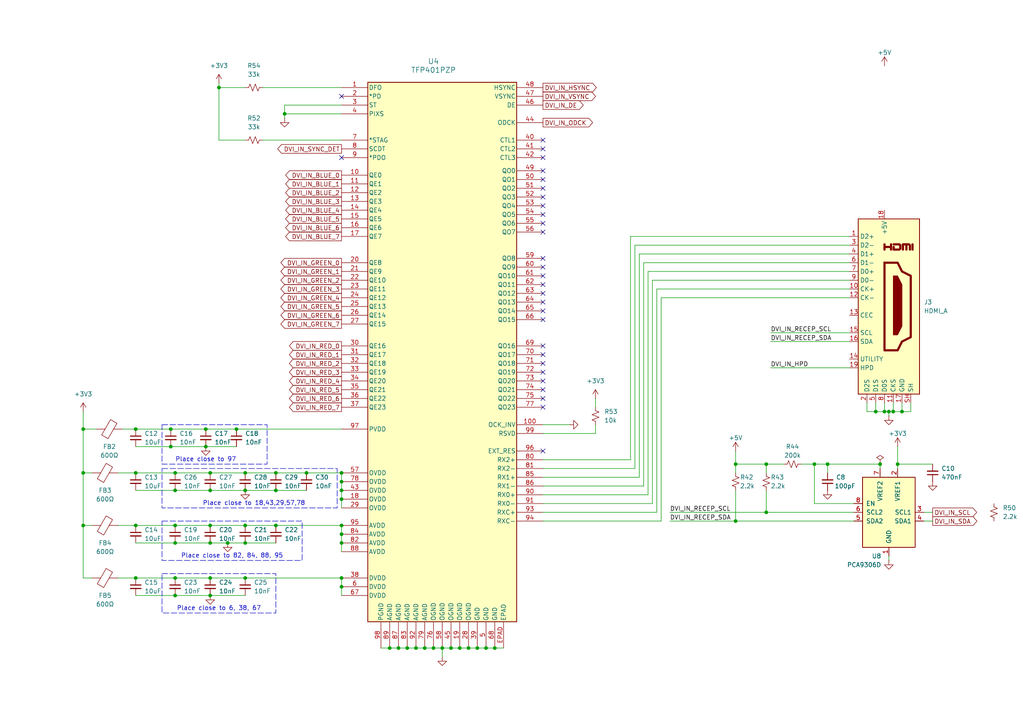
<source format=kicad_sch>
(kicad_sch (version 20231120) (generator "eeschema") (generator_version "8.0")
  (paper "A4")
  (junction (at 49.53 129.54))
  (junction (at 63.5 25.4))
  (junction (at 261.62 119.38))
  (junction (at 222.25 134.62))
  (junction (at 82.55 33.02))
  (junction (at 123.19 187.96))
  (junction (at 39.37 152.4))
  (junction (at 99.06 170.18))
  (junction (at 60.96 167.64))
  (junction (at 254 119.38))
  (junction (at 138.43 187.96))
  (junction (at 213.36 134.62))
  (junction (at 60.96 172.72))
  (junction (at 50.8 157.48))
  (junction (at 143.51 187.96))
  (junction (at 60.96 137.16))
  (junction (at 66.04 157.48))
  (junction (at 39.37 167.64))
  (junction (at 118.11 187.96))
  (junction (at 24.13 124.46))
  (junction (at 60.96 152.4))
  (junction (at 113.03 187.96))
  (junction (at 222.25 148.59))
  (junction (at 125.73 187.96))
  (junction (at 59.69 124.46))
  (junction (at 133.35 187.96))
  (junction (at 256.54 119.38))
  (junction (at 39.37 124.46))
  (junction (at 140.97 187.96))
  (junction (at 71.12 152.4))
  (junction (at 39.37 137.16))
  (junction (at 80.01 142.24))
  (junction (at 88.9 137.16))
  (junction (at 236.22 134.62))
  (junction (at 115.57 187.96))
  (junction (at 99.06 167.64))
  (junction (at 99.06 157.48))
  (junction (at 49.53 124.46))
  (junction (at 99.06 137.16))
  (junction (at 68.58 124.46))
  (junction (at 99.06 142.24))
  (junction (at 130.81 187.96))
  (junction (at 71.12 167.64))
  (junction (at 71.12 137.16))
  (junction (at 128.27 187.96))
  (junction (at 99.06 139.7))
  (junction (at 24.13 152.4))
  (junction (at 240.03 134.62))
  (junction (at 50.8 142.24))
  (junction (at 260.35 134.62))
  (junction (at 135.89 187.96))
  (junction (at 71.12 142.24))
  (junction (at 99.06 152.4))
  (junction (at 80.01 137.16))
  (junction (at 99.06 144.78))
  (junction (at 50.8 167.64))
  (junction (at 50.8 137.16))
  (junction (at 59.69 129.54))
  (junction (at 60.96 142.24))
  (junction (at 60.96 157.48))
  (junction (at 99.06 154.94))
  (junction (at 120.65 187.96))
  (junction (at 257.81 119.38))
  (junction (at 259.08 119.38))
  (junction (at 50.8 172.72))
  (junction (at 213.36 151.13))
  (junction (at 24.13 137.16))
  (junction (at 50.8 152.4))
  (junction (at 80.01 152.4))
  (junction (at 71.12 157.48))
  (junction (at 255.27 134.62))
  (no_connect (at 157.48 67.31))
  (no_connect (at 157.48 80.01))
  (no_connect (at 157.48 45.72))
  (no_connect (at 157.48 77.47))
  (no_connect (at 157.48 110.49))
  (no_connect (at 157.48 64.77))
  (no_connect (at 157.48 115.57))
  (no_connect (at 157.48 59.69))
  (no_connect (at 157.48 102.87))
  (no_connect (at 157.48 130.81))
  (no_connect (at 157.48 87.63))
  (no_connect (at 157.48 57.15))
  (no_connect (at 157.48 107.95))
  (no_connect (at 157.48 90.17))
  (no_connect (at 157.48 105.41))
  (no_connect (at 157.48 100.33))
  (no_connect (at 99.06 45.72))
  (no_connect (at 157.48 92.71))
  (no_connect (at 157.48 43.18))
  (no_connect (at 99.06 27.94))
  (no_connect (at 157.48 52.07))
  (no_connect (at 157.48 40.64))
  (no_connect (at 157.48 85.09))
  (no_connect (at 157.48 82.55))
  (no_connect (at 157.48 62.23))
  (no_connect (at 157.48 113.03))
  (no_connect (at 157.48 49.53))
  (no_connect (at 157.48 118.11))
  (no_connect (at 157.48 54.61))
  (no_connect (at 157.48 74.93))
  (wire (pts (xy 60.96 167.64) (xy 71.12 167.64)))
  (wire (pts (xy 254 119.38) (xy 254 116.84)))
  (wire (pts (xy 246.38 78.74) (xy 187.96 78.74)))
  (wire (pts (xy 270.51 148.59) (xy 267.97 148.59)))
  (wire (pts (xy 190.5 148.59) (xy 157.48 148.59)))
  (wire (pts (xy 99.06 170.18) (xy 99.06 172.72)))
  (wire (pts (xy 184.15 71.12) (xy 184.15 135.89)))
  (wire (pts (xy 213.36 130.81) (xy 213.36 134.62)))
  (wire (pts (xy 50.8 172.72) (xy 60.96 172.72)))
  (wire (pts (xy 133.35 187.96) (xy 130.81 187.96)))
  (wire (pts (xy 50.8 157.48) (xy 60.96 157.48)))
  (wire (pts (xy 246.38 68.58) (xy 182.88 68.58)))
  (wire (pts (xy 50.8 142.24) (xy 60.96 142.24)))
  (wire (pts (xy 143.51 187.96) (xy 140.97 187.96)))
  (wire (pts (xy 251.46 119.38) (xy 254 119.38)))
  (wire (pts (xy 185.42 73.66) (xy 185.42 138.43)))
  (wire (pts (xy 82.55 33.02) (xy 82.55 30.48)))
  (wire (pts (xy 232.41 134.62) (xy 236.22 134.62)))
  (wire (pts (xy 39.37 137.16) (xy 50.8 137.16)))
  (wire (pts (xy 99.06 142.24) (xy 99.06 144.78)))
  (wire (pts (xy 113.03 187.96) (xy 110.49 187.96)))
  (wire (pts (xy 246.38 86.36) (xy 191.77 86.36)))
  (wire (pts (xy 236.22 134.62) (xy 240.03 134.62)))
  (wire (pts (xy 255.27 134.62) (xy 255.27 135.89)))
  (wire (pts (xy 213.36 134.62) (xy 213.36 137.16)))
  (wire (pts (xy 257.81 120.65) (xy 257.81 119.38)))
  (wire (pts (xy 270.51 151.13) (xy 267.97 151.13)))
  (wire (pts (xy 34.29 137.16) (xy 39.37 137.16)))
  (wire (pts (xy 82.55 30.48) (xy 99.06 30.48)))
  (wire (pts (xy 222.25 134.62) (xy 227.33 134.62)))
  (wire (pts (xy 222.25 137.16) (xy 222.25 134.62)))
  (wire (pts (xy 251.46 116.84) (xy 251.46 119.38)))
  (wire (pts (xy 71.12 157.48) (xy 80.01 157.48)))
  (wire (pts (xy 186.69 76.2) (xy 186.69 140.97)))
  (wire (pts (xy 39.37 172.72) (xy 50.8 172.72)))
  (wire (pts (xy 264.16 119.38) (xy 264.16 116.84)))
  (wire (pts (xy 189.23 146.05) (xy 157.48 146.05)))
  (wire (pts (xy 60.96 157.48) (xy 66.04 157.48)))
  (wire (pts (xy 194.31 148.59) (xy 222.25 148.59)))
  (wire (pts (xy 254 119.38) (xy 256.54 119.38)))
  (wire (pts (xy 246.38 73.66) (xy 185.42 73.66)))
  (wire (pts (xy 128.27 187.96) (xy 125.73 187.96)))
  (wire (pts (xy 24.13 167.64) (xy 24.13 152.4)))
  (wire (pts (xy 260.35 134.62) (xy 260.35 135.89)))
  (wire (pts (xy 223.52 96.52) (xy 246.38 96.52)))
  (wire (pts (xy 246.38 83.82) (xy 190.5 83.82)))
  (wire (pts (xy 246.38 81.28) (xy 189.23 81.28)))
  (wire (pts (xy 80.01 152.4) (xy 99.06 152.4)))
  (wire (pts (xy 68.58 124.46) (xy 99.06 124.46)))
  (wire (pts (xy 261.62 119.38) (xy 261.62 116.84)))
  (wire (pts (xy 223.52 106.68) (xy 246.38 106.68)))
  (wire (pts (xy 222.25 148.59) (xy 247.65 148.59)))
  (wire (pts (xy 39.37 157.48) (xy 50.8 157.48)))
  (wire (pts (xy 260.35 134.62) (xy 270.51 134.62)))
  (wire (pts (xy 99.06 139.7) (xy 99.06 142.24)))
  (wire (pts (xy 24.13 152.4) (xy 24.13 137.16)))
  (wire (pts (xy 187.96 78.74) (xy 187.96 143.51)))
  (wire (pts (xy 255.27 134.62) (xy 240.03 134.62)))
  (wire (pts (xy 60.96 172.72) (xy 71.12 172.72)))
  (wire (pts (xy 50.8 152.4) (xy 60.96 152.4)))
  (wire (pts (xy 194.31 151.13) (xy 213.36 151.13)))
  (wire (pts (xy 213.36 134.62) (xy 222.25 134.62)))
  (wire (pts (xy 63.5 25.4) (xy 71.12 25.4)))
  (wire (pts (xy 63.5 40.64) (xy 71.12 40.64)))
  (wire (pts (xy 185.42 138.43) (xy 157.48 138.43)))
  (wire (pts (xy 63.5 25.4) (xy 63.5 40.64)))
  (wire (pts (xy 99.06 152.4) (xy 99.06 154.94)))
  (wire (pts (xy 35.56 124.46) (xy 39.37 124.46)))
  (wire (pts (xy 190.5 83.82) (xy 190.5 148.59)))
  (wire (pts (xy 115.57 187.96) (xy 113.03 187.96)))
  (wire (pts (xy 26.67 167.64) (xy 24.13 167.64)))
  (wire (pts (xy 24.13 124.46) (xy 27.94 124.46)))
  (wire (pts (xy 118.11 187.96) (xy 115.57 187.96)))
  (wire (pts (xy 125.73 187.96) (xy 123.19 187.96)))
  (wire (pts (xy 257.81 162.56) (xy 257.81 161.29)))
  (wire (pts (xy 130.81 187.96) (xy 128.27 187.96)))
  (wire (pts (xy 71.12 167.64) (xy 99.06 167.64)))
  (wire (pts (xy 80.01 142.24) (xy 88.9 142.24)))
  (wire (pts (xy 135.89 187.96) (xy 133.35 187.96)))
  (wire (pts (xy 246.38 71.12) (xy 184.15 71.12)))
  (wire (pts (xy 39.37 152.4) (xy 50.8 152.4)))
  (wire (pts (xy 24.13 137.16) (xy 26.67 137.16)))
  (wire (pts (xy 120.65 187.96) (xy 118.11 187.96)))
  (wire (pts (xy 247.65 146.05) (xy 236.22 146.05)))
  (wire (pts (xy 24.13 152.4) (xy 26.67 152.4)))
  (wire (pts (xy 39.37 142.24) (xy 50.8 142.24)))
  (wire (pts (xy 213.36 142.24) (xy 213.36 151.13)))
  (wire (pts (xy 184.15 135.89) (xy 157.48 135.89)))
  (wire (pts (xy 49.53 129.54) (xy 59.69 129.54)))
  (wire (pts (xy 71.12 137.16) (xy 80.01 137.16)))
  (wire (pts (xy 259.08 119.38) (xy 259.08 116.84)))
  (wire (pts (xy 240.03 134.62) (xy 240.03 137.16)))
  (wire (pts (xy 59.69 129.54) (xy 68.58 129.54)))
  (wire (pts (xy 99.06 157.48) (xy 99.06 160.02)))
  (wire (pts (xy 189.23 81.28) (xy 189.23 146.05)))
  (wire (pts (xy 39.37 129.54) (xy 49.53 129.54)))
  (wire (pts (xy 49.53 124.46) (xy 59.69 124.46)))
  (wire (pts (xy 256.54 119.38) (xy 257.81 119.38)))
  (wire (pts (xy 82.55 33.02) (xy 99.06 33.02)))
  (wire (pts (xy 191.77 151.13) (xy 157.48 151.13)))
  (wire (pts (xy 256.54 116.84) (xy 256.54 119.38)))
  (wire (pts (xy 34.29 167.64) (xy 39.37 167.64)))
  (wire (pts (xy 261.62 119.38) (xy 264.16 119.38)))
  (wire (pts (xy 63.5 24.13) (xy 63.5 25.4)))
  (wire (pts (xy 60.96 152.4) (xy 71.12 152.4)))
  (wire (pts (xy 34.29 152.4) (xy 39.37 152.4)))
  (wire (pts (xy 182.88 68.58) (xy 182.88 133.35)))
  (wire (pts (xy 182.88 133.35) (xy 157.48 133.35)))
  (wire (pts (xy 246.38 76.2) (xy 186.69 76.2)))
  (wire (pts (xy 50.8 167.64) (xy 60.96 167.64)))
  (wire (pts (xy 138.43 187.96) (xy 135.89 187.96)))
  (wire (pts (xy 172.72 115.57) (xy 172.72 118.11)))
  (wire (pts (xy 99.06 137.16) (xy 99.06 139.7)))
  (wire (pts (xy 222.25 142.24) (xy 222.25 148.59)))
  (wire (pts (xy 99.06 167.64) (xy 99.06 170.18)))
  (wire (pts (xy 187.96 143.51) (xy 157.48 143.51)))
  (wire (pts (xy 257.81 119.38) (xy 259.08 119.38)))
  (wire (pts (xy 128.27 190.5) (xy 128.27 187.96)))
  (wire (pts (xy 39.37 124.46) (xy 49.53 124.46)))
  (wire (pts (xy 223.52 99.06) (xy 246.38 99.06)))
  (wire (pts (xy 213.36 151.13) (xy 247.65 151.13)))
  (wire (pts (xy 50.8 137.16) (xy 60.96 137.16)))
  (wire (pts (xy 60.96 142.24) (xy 71.12 142.24)))
  (wire (pts (xy 88.9 137.16) (xy 99.06 137.16)))
  (wire (pts (xy 71.12 142.24) (xy 80.01 142.24)))
  (wire (pts (xy 123.19 187.96) (xy 120.65 187.96)))
  (wire (pts (xy 99.06 154.94) (xy 99.06 157.48)))
  (wire (pts (xy 24.13 137.16) (xy 24.13 124.46)))
  (wire (pts (xy 191.77 86.36) (xy 191.77 151.13)))
  (wire (pts (xy 157.48 125.73) (xy 172.72 125.73)))
  (wire (pts (xy 80.01 137.16) (xy 88.9 137.16)))
  (wire (pts (xy 82.55 34.29) (xy 82.55 33.02)))
  (wire (pts (xy 76.2 25.4) (xy 99.06 25.4)))
  (wire (pts (xy 186.69 140.97) (xy 157.48 140.97)))
  (wire (pts (xy 172.72 123.19) (xy 172.72 125.73)))
  (wire (pts (xy 59.69 124.46) (xy 68.58 124.46)))
  (wire (pts (xy 66.04 157.48) (xy 71.12 157.48)))
  (wire (pts (xy 39.37 167.64) (xy 50.8 167.64)))
  (wire (pts (xy 259.08 119.38) (xy 261.62 119.38)))
  (wire (pts (xy 260.35 129.54) (xy 260.35 134.62)))
  (wire (pts (xy 24.13 119.38) (xy 24.13 124.46)))
  (wire (pts (xy 138.43 187.96) (xy 140.97 187.96)))
  (wire (pts (xy 71.12 152.4) (xy 80.01 152.4)))
  (wire (pts (xy 146.05 187.96) (xy 143.51 187.96)))
  (wire (pts (xy 99.06 144.78) (xy 99.06 147.32)))
  (wire (pts (xy 60.96 137.16) (xy 71.12 137.16)))
  (wire (pts (xy 76.2 40.64) (xy 99.06 40.64)))
  (wire (pts (xy 157.48 123.19) (xy 165.1 123.19)))
  (wire (pts (xy 236.22 146.05) (xy 236.22 134.62)))
  (rectangle (start 46.99 123.19) (end 77.47 134.62) (stroke (width 0) (type dash)))
  (rectangle (start 46.99 135.89) (end 97.79 147.32) (stroke (width 0) (type dash)))
  (rectangle (start 46.99 151.13) (end 87.63 162.56) (stroke (width 0) (type dash)))
  (rectangle (start 46.99 166.37) (end 80.01 177.8) (stroke (width 0) (type dash)))
  (text "Place close to 82, 84, 88, 95" (at 67.31 161.29 0) (effects (font (size 1.27 1.27))))
  (text "Place close to 18,43,29,57,78" (at 73.66 146.05 0) (effects (font (size 1.27 1.27))))
  (text "Place close to 6, 38, 67" (at 63.5 176.53 0) (effects (font (size 1.27 1.27))))
  (text "Place close to 97" (at 59.69 133.35 0) (effects (font (size 1.27 1.27))))
  (label "DVI_IN_HPD" (at 223.52 106.68 0))
  (label "DVI_IN_RECEP_SDA" (at 194.31 151.13 0))
  (label "DVI_IN_RECEP_SCL" (at 223.52 96.52 0))
  (label "DVI_IN_RECEP_SCL" (at 194.31 148.59 0))
  (label "DVI_IN_RECEP_SDA" (at 223.52 99.06 0))
  (global_label "DVI_IN_BLUE_2" (shape output) (at 99.06 55.88 180) (property "Intersheetrefs" "${INTERSHEET_REFS}" (effects (hide yes))))
  (global_label "DVI_IN_DE" (shape output) (at 157.48 30.48 0) (property "Intersheetrefs" "${INTERSHEET_REFS}" (effects (hide yes))))
  (global_label "DVI_IN_BLUE_5" (shape output) (at 99.06 63.5 180) (property "Intersheetrefs" "${INTERSHEET_REFS}" (effects (hide yes))))
  (global_label "DVI_IN_GREEN_1" (shape output) (at 99.06 78.74 180) (property "Intersheetrefs" "${INTERSHEET_REFS}" (effects (hide yes))))
  (global_label "DVI_IN_BLUE_3" (shape output) (at 99.06 58.42 180) (property "Intersheetrefs" "${INTERSHEET_REFS}" (effects (hide yes))))
  (global_label "DVI_IN_BLUE_0" (shape output) (at 99.06 50.8 180) (property "Intersheetrefs" "${INTERSHEET_REFS}" (effects (hide yes))))
  (global_label "DVI_IN_RED_5" (shape output) (at 99.06 113.03 180) (property "Intersheetrefs" "${INTERSHEET_REFS}" (effects (hide yes))))
  (global_label "DVI_IN_RED_6" (shape output) (at 99.06 115.57 180) (property "Intersheetrefs" "${INTERSHEET_REFS}" (effects (hide yes))))
  (global_label "DVI_IN_GREEN_6" (shape output) (at 99.06 91.44 180) (property "Intersheetrefs" "${INTERSHEET_REFS}" (effects (hide yes))))
  (global_label "DVI_IN_ODCK" (shape output) (at 157.48 35.56 0) (property "Intersheetrefs" "${INTERSHEET_REFS}" (effects (hide yes))))
  (global_label "DVI_IN_SDA" (shape output) (at 270.51 151.13 0) (property "Intersheetrefs" "${INTERSHEET_REFS}" (effects (hide yes))))
  (global_label "DVI_IN_GREEN_5" (shape output) (at 99.06 88.9 180) (property "Intersheetrefs" "${INTERSHEET_REFS}" (effects (hide yes))))
  (global_label "DVI_IN_GREEN_7" (shape output) (at 99.06 93.98 180) (property "Intersheetrefs" "${INTERSHEET_REFS}" (effects (hide yes))))
  (global_label "DVI_IN_GREEN_2" (shape output) (at 99.06 81.28 180) (property "Intersheetrefs" "${INTERSHEET_REFS}" (effects (hide yes))))
  (global_label "DVI_IN_RED_2" (shape output) (at 99.06 105.41 180) (property "Intersheetrefs" "${INTERSHEET_REFS}" (effects (hide yes))))
  (global_label "DVI_IN_BLUE_1" (shape output) (at 99.06 53.34 180) (property "Intersheetrefs" "${INTERSHEET_REFS}" (effects (hide yes))))
  (global_label "DVI_IN_VSYNC" (shape output) (at 157.48 27.94 0) (property "Intersheetrefs" "${INTERSHEET_REFS}" (effects (hide yes))))
  (global_label "DVI_IN_BLUE_4" (shape output) (at 99.06 60.96 180) (property "Intersheetrefs" "${INTERSHEET_REFS}" (effects (hide yes))))
  (global_label "DVI_IN_HSYNC" (shape output) (at 157.48 25.4 0) (property "Intersheetrefs" "${INTERSHEET_REFS}" (effects (hide yes))))
  (global_label "DVI_IN_RED_3" (shape output) (at 99.06 107.95 180) (property "Intersheetrefs" "${INTERSHEET_REFS}" (effects (hide yes))))
  (global_label "DVI_IN_SCL" (shape output) (at 270.51 148.59 0) (property "Intersheetrefs" "${INTERSHEET_REFS}" (effects (hide yes))))
  (global_label "DVI_IN_RED_7" (shape output) (at 99.06 118.11 180) (property "Intersheetrefs" "${INTERSHEET_REFS}" (effects (hide yes))))
  (global_label "DVI_IN_RED_4" (shape output) (at 99.06 110.49 180) (property "Intersheetrefs" "${INTERSHEET_REFS}" (effects (hide yes))))
  (global_label "DVI_IN_BLUE_7" (shape output) (at 99.06 68.58 180) (property "Intersheetrefs" "${INTERSHEET_REFS}" (effects (hide yes))))
  (global_label "DVI_IN_BLUE_6" (shape output) (at 99.06 66.04 180) (property "Intersheetrefs" "${INTERSHEET_REFS}" (effects (hide yes))))
  (global_label "DVI_IN_GREEN_0" (shape output) (at 99.06 76.2 180) (property "Intersheetrefs" "${INTERSHEET_REFS}" (effects (hide yes))))
  (global_label "DVI_IN_RED_1" (shape output) (at 99.06 102.87 180) (property "Intersheetrefs" "${INTERSHEET_REFS}" (effects (hide yes))))
  (global_label "DVI_IN_RED_0" (shape output) (at 99.06 100.33 180) (property "Intersheetrefs" "${INTERSHEET_REFS}" (effects (hide yes))))
  (global_label "DVI_IN_SYNC_DET" (shape output) (at 99.06 43.18 180) (property "Intersheetrefs" "${INTERSHEET_REFS}" (effects (hide yes))))
  (global_label "DVI_IN_GREEN_3" (shape output) (at 99.06 83.82 180) (property "Intersheetrefs" "${INTERSHEET_REFS}" (effects (hide yes))))
  (global_label "DVI_IN_GREEN_4" (shape output) (at 99.06 86.36 180) (property "Intersheetrefs" "${INTERSHEET_REFS}" (effects (hide yes))))
  (symbol (lib_id "power:GND") (at 66.04 157.48 0) (unit 1)
    (property "Reference" "#PWR011" (effects (hide yes)))
    (property "Value" "GND" (effects (hide yes)))
    (property "Description" "Power symbol creates a global label with name \"GND\" , ground" (effects (hide yes)))
  )
  (symbol (lib_id "power:GND") (at 128.27 190.5 0) (unit 1)
    (property "Reference" "#PWR017" (effects (hide yes)))
    (property "Value" "GND" (effects (hide yes)))
    (property "Description" "Power symbol creates a global label with name \"GND\" , ground" (effects (hide yes)))
  )
  (symbol (lib_id "Device:C_Small") (at 50.8 170.18 0) (unit 1)
    (property "Reference" "C23" (at 53.34 168.9162 0) (effects (justify left)))
    (property "Value" "10nF" (at 53.34 171.4562 0) (effects (justify left)))
    (property "Footprint" "Capacitor_SMD:C_0805_2012Metric_Pad1.18x1.45mm_HandSolder" (effects (hide yes)))
    (property "Datasheet" "https://www.yageo.com/upload/media/product/productsearch/datasheet/mlcc/UPY-GPHC_X7R_6.3V-to-250V_24.pdf" (effects (hide yes)))
    (property "Description" "Unpolarized capacitor, small symbol" (effects (hide yes)))
    (property "Digikey" "https://www.digikey.com/en/products/detail/yageo/CC0805KRX7R9BB103/302870" (effects (hide yes)))
    (property "Mfgr" "YAGEO" (effects (hide yes)))
    (property "MPN" "CC0805KRX7R9BB103" (effects (hide yes)))
  )
  (symbol (lib_id "Device:C_Small") (at 60.96 154.94 0) (unit 1)
    (property "Reference" "C20" (at 63.5 153.6762 0) (effects (justify left)))
    (property "Value" "10nF" (at 63.5 156.2162 0) (effects (justify left)))
    (property "Footprint" "Capacitor_SMD:C_0805_2012Metric_Pad1.18x1.45mm_HandSolder" (effects (hide yes)))
    (property "Datasheet" "https://www.yageo.com/upload/media/product/productsearch/datasheet/mlcc/UPY-GPHC_X7R_6.3V-to-250V_24.pdf" (effects (hide yes)))
    (property "Description" "Unpolarized capacitor, small symbol" (effects (hide yes)))
    (property "Digikey" "https://www.digikey.com/en/products/detail/yageo/CC0805KRX7R9BB103/302870" (effects (hide yes)))
    (property "Mfgr" "YAGEO" (effects (hide yes)))
    (property "MPN" "CC0805KRX7R9BB103" (effects (hide yes)))
  )
  (symbol (lib_id "Device:C_Small") (at 71.12 154.94 0) (unit 1)
    (property "Reference" "C21" (at 73.66 153.6762 0) (effects (justify left)))
    (property "Value" "10nF" (at 73.66 156.2162 0) (effects (justify left)))
    (property "Footprint" "Capacitor_SMD:C_0805_2012Metric_Pad1.18x1.45mm_HandSolder" (effects (hide yes)))
    (property "Datasheet" "https://www.yageo.com/upload/media/product/productsearch/datasheet/mlcc/UPY-GPHC_X7R_6.3V-to-250V_24.pdf" (effects (hide yes)))
    (property "Description" "Unpolarized capacitor, small symbol" (effects (hide yes)))
    (property "Digikey" "https://www.digikey.com/en/products/detail/yageo/CC0805KRX7R9BB103/302870" (effects (hide yes)))
    (property "Mfgr" "YAGEO" (effects (hide yes)))
    (property "MPN" "CC0805KRX7R9BB103" (effects (hide yes)))
  )
  (symbol (lib_id "Device:FerriteBead") (at 30.48 167.64 90) (unit 1)
    (property "Reference" "FB5" (at 30.48 172.72 90))
    (property "Value" "600Ω" (at 30.48 175.26 90))
    (property "Footprint" "Inductor_SMD:L_0603_1608Metric_Pad1.05x0.95mm_HandSolder" (effects (hide yes)))
    (property "Datasheet" "https://www.murata.com/products/productdata/8796738650142/ENFA0003.pdf" (effects (hide yes)))
    (property "Description" "Ferrite bead" (effects (hide yes)))
    (property "Digikey" "https://www.digikey.com/en/products/detail/murata-electronics/blm18rk601sn1d/1948332" (effects (hide yes)))
    (property "Mfgr" "Murata" (effects (hide yes)))
    (property "MPN" "BLM18RK601SN1D" (effects (hide yes)))
  )
  (symbol (lib_id "power:+5V") (at 256.54 19.05 0) (unit 1)
    (property "Reference" "#PWR030" (effects (hide yes)))
    (property "Value" "+5V" (at 256.54 15.24 0))
    (property "Description" "Power symbol creates a global label with name \"+5V\"" (effects (hide yes)))
  )
  (symbol (lib_id "Device:C_Small") (at 50.8 154.94 0) (unit 1)
    (property "Reference" "C19" (at 53.34 153.6762 0) (effects (justify left)))
    (property "Value" "10nF" (at 53.34 156.2162 0) (effects (justify left)))
    (property "Footprint" "Capacitor_SMD:C_0805_2012Metric_Pad1.18x1.45mm_HandSolder" (effects (hide yes)))
    (property "Datasheet" "https://www.yageo.com/upload/media/product/productsearch/datasheet/mlcc/UPY-GPHC_X7R_6.3V-to-250V_24.pdf" (effects (hide yes)))
    (property "Description" "Unpolarized capacitor, small symbol" (effects (hide yes)))
    (property "Digikey" "https://www.digikey.com/en/products/detail/yageo/CC0805KRX7R9BB103/302870" (effects (hide yes)))
    (property "Mfgr" "YAGEO" (effects (hide yes)))
    (property "MPN" "CC0805KRX7R9BB103" (effects (hide yes)))
  )
  (symbol (lib_id "Device:C_Small") (at 50.8 139.7 0) (unit 1)
    (property "Reference" "C26" (at 53.34 138.4362 0) (effects (justify left)))
    (property "Value" "10nF" (at 53.34 140.9762 0) (effects (justify left)))
    (property "Footprint" "Capacitor_SMD:C_0805_2012Metric_Pad1.18x1.45mm_HandSolder" (effects (hide yes)))
    (property "Datasheet" "https://www.yageo.com/upload/media/product/productsearch/datasheet/mlcc/UPY-GPHC_X7R_6.3V-to-250V_24.pdf" (effects (hide yes)))
    (property "Description" "Unpolarized capacitor, small symbol" (effects (hide yes)))
    (property "Digikey" "https://www.digikey.com/en/products/detail/yageo/CC0805KRX7R9BB103/302870" (effects (hide yes)))
    (property "Mfgr" "YAGEO" (effects (hide yes)))
    (property "MPN" "CC0805KRX7R9BB103" (effects (hide yes)))
  )
  (symbol (lib_id "power:GND") (at 82.55 34.29 0) (unit 1)
    (property "Reference" "#PWR08" (effects (hide yes)))
    (property "Value" "GND" (effects (hide yes)))
    (property "Description" "Power symbol creates a global label with name \"GND\" , ground" (effects (hide yes)))
  )
  (symbol (lib_id "power:GND") (at 240.03 142.24 0) (unit 1)
    (property "Reference" "#PWR032" (effects (hide yes)))
    (property "Value" "GND" (effects (hide yes)))
    (property "Description" "Power symbol creates a global label with name \"GND\" , ground" (effects (hide yes)))
  )
  (symbol (lib_id "Device:C_Small") (at 71.12 170.18 0) (unit 1)
    (property "Reference" "C25" (at 73.66 168.9162 0) (effects (justify left)))
    (property "Value" "10nF" (at 73.66 171.4562 0) (effects (justify left)))
    (property "Footprint" "Capacitor_SMD:C_0805_2012Metric_Pad1.18x1.45mm_HandSolder" (effects (hide yes)))
    (property "Datasheet" "https://www.yageo.com/upload/media/product/productsearch/datasheet/mlcc/UPY-GPHC_X7R_6.3V-to-250V_24.pdf" (effects (hide yes)))
    (property "Description" "Unpolarized capacitor, small symbol" (effects (hide yes)))
    (property "Digikey" "https://www.digikey.com/en/products/detail/yageo/CC0805KRX7R9BB103/302870" (effects (hide yes)))
    (property "Mfgr" "YAGEO" (effects (hide yes)))
    (property "MPN" "CC0805KRX7R9BB103" (effects (hide yes)))
  )
  (symbol (lib_id "power:GND") (at 165.1 123.19 90) (unit 1)
    (property "Reference" "#PWR07" (effects (hide yes)))
    (property "Value" "GND" (effects (hide yes)))
    (property "Description" "Power symbol creates a global label with name \"GND\" , ground" (effects (hide yes)))
  )
  (symbol (lib_id "power:+3V3") (at 260.35 129.54 0) (unit 1)
    (property "Reference" "#PWR033" (effects (hide yes)))
    (property "Value" "+3V3" (at 260.35 125.73 0))
    (property "Description" "Power symbol creates a global label with name \"+3V3\"" (effects (hide yes)))
  )
  (symbol (lib_id "Device:R_Small_US") (at 300.99 148.59 0) (unit 1)
    (property "Reference" "R51" (at 303.53 147.3199 0) (effects (justify left)))
    (property "Value" "2.2k" (at 303.53 149.8599 0) (effects (justify left)))
    (property "Footprint" "PCM_Resistor_SMD_AKL:R_0805_2012Metric_Pad1.15x1.40mm_HandSolder" (effects (hide yes)))
    (property "Datasheet" "https://www.yageo.com/upload/media/product/products/datasheet/rchip/PYu-RC_Group_51_RoHS_L_12.pdf" (effects (hide yes)))
    (property "Description" "Resistor, small US symbol" (effects (hide yes)))
    (property "Digikey" "https://www.digikey.com/en/products/detail/yageo/RC0805FR-072K2L/727676" (effects (hide yes)))
    (property "Mfgr" "YAGEO" (effects (hide yes)))
    (property "MPN" "RC0805FR-072K2L" (effects (hide yes)))
  )
  (symbol (lib_id "power:GND") (at 60.96 172.72 0) (unit 1)
    (property "Reference" "#PWR012" (effects (hide yes)))
    (property "Value" "GND" (effects (hide yes)))
    (property "Description" "Power symbol creates a global label with name \"GND\" , ground" (effects (hide yes)))
  )
  (symbol (lib_id "power:GND") (at 71.12 142.24 0) (unit 1)
    (property "Reference" "#PWR010" (effects (hide yes)))
    (property "Value" "GND" (effects (hide yes)))
    (property "Description" "Power symbol creates a global label with name \"GND\" , ground" (effects (hide yes)))
  )
  (symbol (lib_id "Device:R_Small_US") (at 172.72 120.65 180) (unit 1)
    (property "Reference" "R53" (at 175.26 119.3799 0) (effects (justify right)))
    (property "Value" "10k" (at 175.26 121.9199 0) (effects (justify right)))
    (property "Footprint" "PCM_Resistor_SMD_AKL:R_0805_2012Metric_Pad1.15x1.40mm" (effects (hide yes)))
    (property "Datasheet" "https://www.yageo.com/upload/media/product/products/datasheet/rchip/PYu-RC_Group_51_RoHS_L_12.pdf" (effects (hide yes)))
    (property "Description" "Resistor, small US symbol" (effects (hide yes)))
    (property "Digikey" "https://www.digikey.com/en/products/detail/yageo/RC0805FR-0710KL/727535" (effects (hide yes)))
    (property "Mfgr" "YAGEO" (effects (hide yes)))
    (property "MPN" "RC0805FR-0710KL" (effects (hide yes)))
  )
  (symbol (lib_id "Device:C_Small") (at 80.01 154.94 0) (unit 1)
    (property "Reference" "C22" (at 82.55 153.6762 0) (effects (justify left)))
    (property "Value" "10nF" (at 82.55 156.2162 0) (effects (justify left)))
    (property "Footprint" "Capacitor_SMD:C_0805_2012Metric_Pad1.18x1.45mm_HandSolder" (effects (hide yes)))
    (property "Datasheet" "https://www.yageo.com/upload/media/product/productsearch/datasheet/mlcc/UPY-GPHC_X7R_6.3V-to-250V_24.pdf" (effects (hide yes)))
    (property "Description" "Unpolarized capacitor, small symbol" (effects (hide yes)))
    (property "Digikey" "https://www.digikey.com/en/products/detail/yageo/CC0805KRX7R9BB103/302870" (effects (hide yes)))
    (property "Mfgr" "YAGEO" (effects (hide yes)))
    (property "MPN" "CC0805KRX7R9BB103" (effects (hide yes)))
  )
  (symbol (lib_id "Device:C_Small") (at 71.12 139.7 0) (unit 1)
    (property "Reference" "C28" (at 73.66 138.4362 0) (effects (justify left)))
    (property "Value" "10nF" (at 73.66 140.9762 0) (effects (justify left)))
    (property "Footprint" "Capacitor_SMD:C_0805_2012Metric_Pad1.18x1.45mm_HandSolder" (effects (hide yes)))
    (property "Datasheet" "https://www.yageo.com/upload/media/product/productsearch/datasheet/mlcc/UPY-GPHC_X7R_6.3V-to-250V_24.pdf" (effects (hide yes)))
    (property "Description" "Unpolarized capacitor, small symbol" (effects (hide yes)))
    (property "Digikey" "https://www.digikey.com/en/products/detail/yageo/CC0805KRX7R9BB103/302870" (effects (hide yes)))
    (property "Mfgr" "YAGEO" (effects (hide yes)))
    (property "MPN" "CC0805KRX7R9BB103" (effects (hide yes)))
  )
  (symbol (lib_id "power:GND") (at 257.81 162.56 0) (unit 1)
    (property "Reference" "#PWR035" (effects (hide yes)))
    (property "Value" "GND" (effects (hide yes)))
    (property "Description" "Power symbol creates a global label with name \"GND\" , ground" (effects (hide yes)))
  )
  (symbol (lib_id "Device:R_Small_US") (at 73.66 25.4 90) (unit 1)
    (property "Reference" "R54" (at 73.66 19.05 90))
    (property "Value" "33k" (at 73.66 21.59 90))
    (property "Footprint" "PCM_Resistor_SMD_AKL:R_0805_2012Metric_Pad1.15x1.40mm" (effects (hide yes)))
    (property "Datasheet" "https://www.yageo.com/upload/media/product/products/datasheet/rchip/PYu-RC_Group_51_RoHS_L_12.pdf" (effects (hide yes)))
    (property "Description" "Resistor, small US symbol" (effects (hide yes)))
    (property "Digikey" "https://www.digikey.com/en/products/detail/yageo/RC0805FR-0733KL/727863" (effects (hide yes)))
    (property "Mfgr" "YAGEO" (effects (hide yes)))
    (property "MPN" "RC0805FR-0733KL" (effects (hide yes)))
  )
  (symbol (lib_id "Device:C_Small") (at 39.37 139.7 0) (unit 1)
    (property "Reference" "C13" (at 41.91 138.4362 0) (effects (justify left)))
    (property "Value" "10uF" (at 41.91 140.9762 0) (effects (justify left)))
    (property "Footprint" "Capacitor_SMD:C_0805_2012Metric_Pad1.18x1.45mm_HandSolder" (effects (hide yes)))
    (property "Datasheet" "https://www.yageo.com/upload/media/product/app/datasheet/mlcc/upy-gphc_x5r_4v-to-50v.pdf" (effects (hide yes)))
    (property "Description" "Unpolarized capacitor, small symbol" (effects (hide yes)))
    (property "Digikey" "https://www.digikey.com/en/products/detail/yageo/CC0805KKX5R8BB106/5195275" (effects (hide yes)))
    (property "Mfgr" "YAGEO" (effects (hide yes)))
    (property "MPN" "CC0805KKX5R8BB106" (effects (hide yes)))
  )
  (symbol (lib_id "Device:C_Small") (at 39.37 154.94 0) (unit 1)
    (property "Reference" "C14" (at 41.91 153.6762 0) (effects (justify left)))
    (property "Value" "10uF" (at 41.91 156.2162 0) (effects (justify left)))
    (property "Footprint" "Capacitor_SMD:C_0805_2012Metric_Pad1.18x1.45mm_HandSolder" (effects (hide yes)))
    (property "Datasheet" "https://www.yageo.com/upload/media/product/app/datasheet/mlcc/upy-gphc_x5r_4v-to-50v.pdf" (effects (hide yes)))
    (property "Description" "Unpolarized capacitor, small symbol" (effects (hide yes)))
    (property "Digikey" "https://www.digikey.com/en/products/detail/yageo/CC0805KKX5R8BB106/5195275" (effects (hide yes)))
    (property "Mfgr" "YAGEO" (effects (hide yes)))
    (property "MPN" "CC0805KKX5R8BB106" (effects (hide yes)))
  )
  (symbol (lib_id "Device:C_Small") (at 39.37 170.18 0) (unit 1)
    (property "Reference" "C15" (at 41.91 168.9162 0) (effects (justify left)))
    (property "Value" "10uF" (at 41.91 171.4562 0) (effects (justify left)))
    (property "Footprint" "Capacitor_SMD:C_0805_2012Metric_Pad1.18x1.45mm_HandSolder" (effects (hide yes)))
    (property "Datasheet" "https://www.yageo.com/upload/media/product/app/datasheet/mlcc/upy-gphc_x5r_4v-to-50v.pdf" (effects (hide yes)))
    (property "Description" "Unpolarized capacitor, small symbol" (effects (hide yes)))
    (property "Digikey" "https://www.digikey.com/en/products/detail/yageo/CC0805KKX5R8BB106/5195275" (effects (hide yes)))
    (property "Mfgr" "YAGEO" (effects (hide yes)))
    (property "MPN" "CC0805KKX5R8BB106" (effects (hide yes)))
  )
  (symbol (lib_id "Device:C_Small") (at 68.58 127 0) (unit 1)
    (property "Reference" "C18" (at 71.12 125.7362 0) (effects (justify left)))
    (property "Value" "10nF" (at 71.12 128.2762 0) (effects (justify left)))
    (property "Footprint" "Capacitor_SMD:C_0805_2012Metric_Pad1.18x1.45mm_HandSolder" (effects (hide yes)))
    (property "Datasheet" "https://www.yageo.com/upload/media/product/productsearch/datasheet/mlcc/UPY-GPHC_X7R_6.3V-to-250V_24.pdf" (effects (hide yes)))
    (property "Description" "Unpolarized capacitor, small symbol" (effects (hide yes)))
    (property "Digikey" "https://www.digikey.com/en/products/detail/yageo/CC0805KRX7R9BB103/302870" (effects (hide yes)))
    (property "Mfgr" "YAGEO" (effects (hide yes)))
    (property "MPN" "CC0805KRX7R9BB103" (effects (hide yes)))
  )
  (symbol (lib_id "Connector:HDMI_A") (at 256.54 88.9 0) (unit 1)
    (property "Reference" "J3" (at 267.97 87.6299 0) (effects (justify left)))
    (property "Value" "HDMI_A" (at 267.97 90.1699 0) (effects (justify left)))
    (property "Footprint" "Connector_HDMI:HDMI_A_Molex_208658-1001_Horizontal" (effects (hide yes)))
    (property "Datasheet" "https://en.wikipedia.org/wiki/HDMI" (effects (hide yes)))
    (property "Description" "HDMI type A connector" (effects (hide yes)))
    (property "Digikey" "https://www.digikey.com/en/products/detail/molex/2086581001/10493711" (effects (hide yes)))
    (property "Mfgr" "Molex" (effects (hide yes)))
    (property "MPN" "2086581001" (effects (hide yes)))
  )
  (symbol (lib_id "Device:R_Small_US") (at 229.87 134.62 90) (unit 1)
    (property "Reference" "R44" (at 229.87 129.54 90))
    (property "Value" "200k" (at 229.87 132.08 90))
    (property "Footprint" "PCM_Resistor_SMD_AKL:R_0805_2012Metric_Pad1.15x1.40mm_HandSolder" (effects (hide yes)))
    (property "Datasheet" "https://www.yageo.com/upload/media/product/products/datasheet/rchip/PYu-RC_Group_51_RoHS_L_12.pdf" (effects (hide yes)))
    (property "Description" "Resistor, small US symbol" (effects (hide yes)))
    (property "Digikey" "https://www.digikey.com/en/products/detail/yageo/rc0805fr-07200kl/727724" (effects (hide yes)))
    (property "Mfgr" "YAGEO" (effects (hide yes)))
    (property "MPN" "RC0805FR-07200KL" (effects (hide yes)))
  )
  (symbol (lib_id "Device:C_Small") (at 88.9 139.7 0) (unit 1)
    (property "Reference" "C30" (at 91.44 138.4362 0) (effects (justify left)))
    (property "Value" "10nF" (at 91.44 140.9762 0) (effects (justify left)))
    (property "Footprint" "Capacitor_SMD:C_0805_2012Metric_Pad1.18x1.45mm_HandSolder" (effects (hide yes)))
    (property "Datasheet" "https://www.yageo.com/upload/media/product/productsearch/datasheet/mlcc/UPY-GPHC_X7R_6.3V-to-250V_24.pdf" (effects (hide yes)))
    (property "Description" "Unpolarized capacitor, small symbol" (effects (hide yes)))
    (property "Digikey" "https://www.digikey.com/en/products/detail/yageo/CC0805KRX7R9BB103/302870" (effects (hide yes)))
    (property "Mfgr" "YAGEO" (effects (hide yes)))
    (property "MPN" "CC0805KRX7R9BB103" (effects (hide yes)))
  )
  (symbol (lib_id "Device:C_Small") (at 60.96 139.7 0) (unit 1)
    (property "Reference" "C27" (at 63.5 138.4362 0) (effects (justify left)))
    (property "Value" "10nF" (at 63.5 140.9762 0) (effects (justify left)))
    (property "Footprint" "Capacitor_SMD:C_0805_2012Metric_Pad1.18x1.45mm_HandSolder" (effects (hide yes)))
    (property "Datasheet" "https://www.yageo.com/upload/media/product/productsearch/datasheet/mlcc/UPY-GPHC_X7R_6.3V-to-250V_24.pdf" (effects (hide yes)))
    (property "Description" "Unpolarized capacitor, small symbol" (effects (hide yes)))
    (property "Digikey" "https://www.digikey.com/en/products/detail/yageo/CC0805KRX7R9BB103/302870" (effects (hide yes)))
    (property "Mfgr" "YAGEO" (effects (hide yes)))
    (property "MPN" "CC0805KRX7R9BB103" (effects (hide yes)))
  )
  (symbol (lib_id "Device:C_Small") (at 80.01 139.7 0) (unit 1)
    (property "Reference" "C29" (at 82.55 138.4362 0) (effects (justify left)))
    (property "Value" "10nF" (at 82.55 140.9762 0) (effects (justify left)))
    (property "Footprint" "Capacitor_SMD:C_0805_2012Metric_Pad1.18x1.45mm_HandSolder" (effects (hide yes)))
    (property "Datasheet" "https://www.yageo.com/upload/media/product/productsearch/datasheet/mlcc/UPY-GPHC_X7R_6.3V-to-250V_24.pdf" (effects (hide yes)))
    (property "Description" "Unpolarized capacitor, small symbol" (effects (hide yes)))
    (property "Digikey" "https://www.digikey.com/en/products/detail/yageo/CC0805KRX7R9BB103/302870" (effects (hide yes)))
    (property "Mfgr" "YAGEO" (effects (hide yes)))
    (property "MPN" "CC0805KRX7R9BB103" (effects (hide yes)))
  )
  (symbol (lib_id "Device:R_Small_US") (at 213.36 139.7 0) (unit 1)
    (property "Reference" "R42" (at 214.63 138.43 0) (effects (justify left)))
    (property "Value" "2.2k" (at 214.63 140.97 0) (effects (justify left)))
    (property "Footprint" "PCM_Resistor_SMD_AKL:R_0805_2012Metric_Pad1.15x1.40mm_HandSolder" (effects (hide yes)))
    (property "Datasheet" "https://www.yageo.com/upload/media/product/products/datasheet/rchip/PYu-RC_Group_51_RoHS_L_12.pdf" (effects (hide yes)))
    (property "Description" "Resistor, small US symbol" (effects (hide yes)))
    (property "Digikey" "https://www.digikey.com/en/products/detail/yageo/RC0805FR-072K2L/727676" (effects (hide yes)))
    (property "Mfgr" "YAGEO" (effects (hide yes)))
    (property "MPN" "RC0805FR-072K2L" (effects (hide yes)))
  )
  (symbol (lib_id "power:+3V3") (at 172.72 115.57 0) (unit 1)
    (property "Reference" "#PWR016" (effects (hide yes)))
    (property "Value" "+3V3" (at 172.72 110.49 0))
    (property "Description" "Power symbol creates a global label with name \"+3V3\"" (effects (hide yes)))
  )
  (symbol (lib_id "Device:FerriteBead") (at 30.48 152.4 90) (unit 1)
    (property "Reference" "FB4" (at 30.48 157.48 90))
    (property "Value" "600Ω" (at 30.48 160.02 90))
    (property "Footprint" "Inductor_SMD:L_0603_1608Metric_Pad1.05x0.95mm_HandSolder" (effects (hide yes)))
    (property "Datasheet" "https://www.murata.com/products/productdata/8796738650142/ENFA0003.pdf" (effects (hide yes)))
    (property "Description" "Ferrite bead" (effects (hide yes)))
    (property "Digikey" "https://www.digikey.com/en/products/detail/murata-electronics/blm18rk601sn1d/1948332" (effects (hide yes)))
    (property "Mfgr" "Murata" (effects (hide yes)))
    (property "MPN" "BLM18RK601SN1D" (effects (hide yes)))
  )
  (symbol (lib_id "Device:C_Small") (at 39.37 127 0) (unit 1)
    (property "Reference" "C12" (at 41.91 125.7362 0) (effects (justify left)))
    (property "Value" "10uF" (at 41.91 128.2762 0) (effects (justify left)))
    (property "Footprint" "Capacitor_SMD:C_0805_2012Metric_Pad1.18x1.45mm_HandSolder" (effects (hide yes)))
    (property "Datasheet" "https://www.yageo.com/upload/media/product/app/datasheet/mlcc/upy-gphc_x5r_4v-to-50v.pdf" (effects (hide yes)))
    (property "Description" "Unpolarized capacitor, small symbol" (effects (hide yes)))
    (property "Digikey" "https://www.digikey.com/en/products/detail/yageo/CC0805KKX5R8BB106/5195275" (effects (hide yes)))
    (property "Mfgr" "YAGEO" (effects (hide yes)))
    (property "MPN" "CC0805KKX5R8BB106" (effects (hide yes)))
  )
  (symbol (lib_id "power:GND") (at 257.81 120.65 0) (unit 1)
    (property "Reference" "#PWR036" (effects (hide yes)))
    (property "Value" "GND" (effects (hide yes)))
    (property "Description" "Power symbol creates a global label with name \"GND\" , ground" (effects (hide yes)))
  )
  (symbol (lib_id "Device:C_Small") (at 49.53 127 0) (unit 1)
    (property "Reference" "C16" (at 52.07 125.7362 0) (effects (justify left)))
    (property "Value" "10nF" (at 52.07 128.2762 0) (effects (justify left)))
    (property "Footprint" "Capacitor_SMD:C_0805_2012Metric_Pad1.18x1.45mm_HandSolder" (effects (hide yes)))
    (property "Datasheet" "https://www.yageo.com/upload/media/product/productsearch/datasheet/mlcc/UPY-GPHC_X7R_6.3V-to-250V_24.pdf" (effects (hide yes)))
    (property "Description" "Unpolarized capacitor, small symbol" (effects (hide yes)))
    (property "Digikey" "https://www.digikey.com/en/products/detail/yageo/CC0805KRX7R9BB103/302870" (effects (hide yes)))
    (property "Mfgr" "YAGEO" (effects (hide yes)))
    (property "MPN" "CC0805KRX7R9BB103" (effects (hide yes)))
  )
  (symbol (lib_id "power:GND") (at 270.51 139.7 0) (unit 1)
    (property "Reference" "#PWR034" (effects (hide yes)))
    (property "Value" "GND" (effects (hide yes)))
    (property "Description" "Power symbol creates a global label with name \"GND\" , ground" (effects (hide yes)))
  )
  (symbol (lib_id "Device:R_Small_US") (at 73.66 40.64 270) (unit 1)
    (property "Reference" "R52" (at 73.66 34.29 90))
    (property "Value" "33k" (at 73.66 36.83 90))
    (property "Footprint" "PCM_Resistor_SMD_AKL:R_0805_2012Metric_Pad1.15x1.40mm" (effects (hide yes)))
    (property "Datasheet" "https://www.yageo.com/upload/media/product/products/datasheet/rchip/PYu-RC_Group_51_RoHS_L_12.pdf" (effects (hide yes)))
    (property "Description" "Resistor, small US symbol" (effects (hide yes)))
    (property "Digikey" "https://www.digikey.com/en/products/detail/yageo/RC0805FR-0733KL/727863" (effects (hide yes)))
    (property "Mfgr" "YAGEO" (effects (hide yes)))
    (property "MPN" "RC0805FR-0733KL" (effects (hide yes)))
  )
  (symbol (lib_id "Device:C_Small") (at 60.96 170.18 0) (unit 1)
    (property "Reference" "C24" (at 63.5 168.9162 0) (effects (justify left)))
    (property "Value" "10nF" (at 63.5 171.4562 0) (effects (justify left)))
    (property "Footprint" "Capacitor_SMD:C_0805_2012Metric_Pad1.18x1.45mm_HandSolder" (effects (hide yes)))
    (property "Datasheet" "https://www.yageo.com/upload/media/product/productsearch/datasheet/mlcc/UPY-GPHC_X7R_6.3V-to-250V_24.pdf" (effects (hide yes)))
    (property "Description" "Unpolarized capacitor, small symbol" (effects (hide yes)))
    (property "Digikey" "https://www.digikey.com/en/products/detail/yageo/CC0805KRX7R9BB103/302870" (effects (hide yes)))
    (property "Mfgr" "YAGEO" (effects (hide yes)))
    (property "MPN" "CC0805KRX7R9BB103" (effects (hide yes)))
  )
  (symbol (lib_id "power:PWR_FLAG") (at 255.27 134.62 0) (unit 1)
    (property "Reference" "#FLG03" (effects (hide yes)))
    (property "Value" "PWR_FLAG" (effects (hide yes)))
    (property "Description" "Special symbol for telling ERC where power comes from" (effects (hide yes)))
  )
  (symbol (lib_id "Device:R_Small_US") (at 222.25 139.7 0) (unit 1)
    (property "Reference" "R43" (at 223.52 138.43 0) (effects (justify left)))
    (property "Value" "2.2k" (at 223.52 140.97 0) (effects (justify left)))
    (property "Footprint" "PCM_Resistor_SMD_AKL:R_0805_2012Metric_Pad1.15x1.40mm_HandSolder" (effects (hide yes)))
    (property "Datasheet" "https://www.yageo.com/upload/media/product/products/datasheet/rchip/PYu-RC_Group_51_RoHS_L_12.pdf" (effects (hide yes)))
    (property "Description" "Resistor, small US symbol" (effects (hide yes)))
    (property "Digikey" "https://www.digikey.com/en/products/detail/yageo/RC0805FR-072K2L/727676" (effects (hide yes)))
    (property "Mfgr" "YAGEO" (effects (hide yes)))
    (property "MPN" "RC0805FR-072K2L" (effects (hide yes)))
  )
  (symbol (lib_id "power:+5V") (at 213.36 130.81 0) (unit 1)
    (property "Reference" "#PWR031" (effects (hide yes)))
    (property "Value" "+5V" (at 213.36 127 0))
    (property "Description" "Power symbol creates a global label with name \"+5V\"" (effects (hide yes)))
  )
  (symbol (lib_id "Device:FerriteBead") (at 30.48 137.16 90) (unit 1)
    (property "Reference" "FB3" (at 30.48 142.24 90))
    (property "Value" "600Ω" (at 30.48 144.78 90))
    (property "Footprint" "Inductor_SMD:L_0603_1608Metric_Pad1.05x0.95mm_HandSolder" (effects (hide yes)))
    (property "Datasheet" "https://www.murata.com/products/productdata/8796738650142/ENFA0003.pdf" (effects (hide yes)))
    (property "Description" "Ferrite bead" (effects (hide yes)))
    (property "Digikey" "https://www.digikey.com/en/products/detail/murata-electronics/blm18rk601sn1d/1948332" (effects (hide yes)))
    (property "Mfgr" "Murata" (effects (hide yes)))
    (property "MPN" "BLM18RK601SN1D" (effects (hide yes)))
  )
  (symbol (lib_id "TFP401PZP:TFP401PZP") (at 99.06 25.4 0) (unit 1)
    (property "Reference" "U4" (at 125.73 17.78 0) (effects (font (size 1.524 1.524))))
    (property "Value" "TFP401PZP" (at 125.73 20.32 0) (effects (font (size 1.524 1.524))))
    (property "Footprint" "TFP401PZP:PZP100_5P2X5P2" (effects (hide yes)))
    (property "Datasheet" "https://www.ti.com/lit/ds/symlink/tfp401a.pdf?HQS=dis-dk-null-digikeymode-dsf-pf-null-wwe&ts=1735224255100&ref_url=https%253A%252F%252Fwww.ti.com%252Fgeneral%252Fdocs%252Fsuppproductinfo.tsp%253FdistId%253D10%2526gotoUrl%253Dhttps%253A%252F%252Fwww.ti.com%252Flit%252Fgpn%252Ftfp401a" (effects (hide yes)))
    (property "Mfgr" "TI" (effects (hide yes)))
    (property "MPN" "TFP401PZP" (effects (hide yes)))
    (property "Digikey" "https://www.digikey.com/en/products/detail/texas-instruments/TFP401PZP/380153" (effects (hide yes)))
  )
  (symbol (lib_id "Device:FerriteBead") (at 31.75 124.46 90) (unit 1)
    (property "Reference" "FB2" (at 31.75 129.54 90))
    (property "Value" "600Ω" (at 31.75 132.08 90))
    (property "Footprint" "Inductor_SMD:L_0603_1608Metric_Pad1.05x0.95mm_HandSolder" (effects (hide yes)))
    (property "Datasheet" "https://www.murata.com/products/productdata/8796738650142/ENFA0003.pdf" (effects (hide yes)))
    (property "Description" "Ferrite bead" (effects (hide yes)))
    (property "Digikey" "https://www.digikey.com/en/products/detail/murata-electronics/blm18rk601sn1d/1948332" (effects (hide yes)))
    (property "Mfgr" "Murata" (effects (hide yes)))
    (property "MPN" "BLM18RK601SN1D" (effects (hide yes)))
  )
  (symbol (lib_id "Interface:PCA9306D") (at 257.81 148.59 0) (mirror y) (unit 1)
    (property "Reference" "U8" (at 255.6159 161.29 0) (effects (justify left)))
    (property "Value" "PCA9306D" (at 255.6159 163.83 0) (effects (justify left)))
    (property "Footprint" "Package_SO:SO-8_3.9x4.9mm_P1.27mm" (effects (hide yes)))
    (property "Datasheet" "https://www.nxp.com/docs/en/data-sheet/PCA9306.pdf" (effects (hide yes)))
    (property "Description" "Dual bidirectional I2C Bus and SMBus voltage level translator, SO-8" (effects (hide yes)))
    (property "Digikey" "https://www.digikey.com/en/products/detail/nxp-usa-inc/PCA9306D-118/1300968" (effects (hide yes)))
    (property "Mfgr" "NXP" (effects (hide yes)))
    (property "MPN" "PCA9306D,118" (effects (hide yes)))
  )
  (symbol (lib_id "power:+3V3") (at 24.13 119.38 0) (unit 1)
    (property "Reference" "#PWR014" (effects (hide yes)))
    (property "Value" "+3V3" (at 24.13 114.3 0))
    (property "Description" "Power symbol creates a global label with name \"+3V3\"" (effects (hide yes)))
  )
  (symbol (lib_id "Device:C_Small") (at 270.51 137.16 180) (unit 1)
    (property "Reference" "C10" (at 273.05 135.8835 0) (effects (justify right)))
    (property "Value" "470nF" (at 273.05 138.4235 0) (effects (justify right)))
    (property "Footprint" "Capacitor_SMD:C_0805_2012Metric_Pad1.18x1.45mm_HandSolder" (effects (hide yes)))
    (property "Datasheet" "https://www.yageo.com/upload/media/product/productsearch/datasheet/mlcc/UPY-GPHC_X7R_6.3V-to-250V_24.pdf" (effects (hide yes)))
    (property "Description" "Unpolarized capacitor, small symbol" (effects (hide yes)))
    (property "Digikey" "https://www.digikey.com/en/products/detail/yageo/CC0805KKX7R8BB474/2103102" (effects (hide yes)))
    (property "Mfgr" "YAGEO" (effects (hide yes)))
    (property "MPN" "CC0805KKX7R8BB474" (effects (hide yes)))
  )
  (symbol (lib_id "Device:R_Small_US") (at 288.29 148.59 0) (unit 1)
    (property "Reference" "R50" (at 290.83 147.3199 0) (effects (justify left)))
    (property "Value" "2.2k" (at 290.83 149.8599 0) (effects (justify left)))
    (property "Footprint" "PCM_Resistor_SMD_AKL:R_0805_2012Metric_Pad1.15x1.40mm_HandSolder" (effects (hide yes)))
    (property "Datasheet" "https://www.yageo.com/upload/media/product/products/datasheet/rchip/PYu-RC_Group_51_RoHS_L_12.pdf" (effects (hide yes)))
    (property "Description" "Resistor, small US symbol" (effects (hide yes)))
    (property "Digikey" "https://www.digikey.com/en/products/detail/yageo/RC0805FR-072K2L/727676" (effects (hide yes)))
    (property "Mfgr" "YAGEO" (effects (hide yes)))
    (property "MPN" "RC0805FR-072K2L" (effects (hide yes)))
  )
  (symbol (lib_id "Device:C_Small") (at 240.03 139.7 180) (unit 1)
    (property "Reference" "C8" (at 243.84 138.43 0))
    (property "Value" "100pF" (at 245.11 140.97 0))
    (property "Footprint" "Capacitor_SMD:C_0805_2012Metric_Pad1.18x1.45mm_HandSolder" (effects (hide yes)))
    (property "Datasheet" "https://www.yageo.com/upload/media/product/productsearch/datasheet/mlcc/UPY-GPHC_X7R_6.3V-to-250V_24.pdf" (effects (hide yes)))
    (property "Description" "Unpolarized capacitor, small symbol" (effects (hide yes)))
    (property "Digikey" "https://www.digikey.com/en/products/detail/yageo/CC0805KRX7R9BB101/5884228" (effects (hide yes)))
    (property "Mfgr" "YAGEO" (effects (hide yes)))
    (property "MPN" "CC0805KRX7R9BB101" (effects (hide yes)))
  )
  (symbol (lib_id "Device:C_Small") (at 59.69 127 0) (unit 1)
    (property "Reference" "C17" (at 62.23 125.7362 0) (effects (justify left)))
    (property "Value" "10nF" (at 62.23 128.2762 0) (effects (justify left)))
    (property "Footprint" "Capacitor_SMD:C_0805_2012Metric_Pad1.18x1.45mm_HandSolder" (effects (hide yes)))
    (property "Datasheet" "https://www.yageo.com/upload/media/product/productsearch/datasheet/mlcc/UPY-GPHC_X7R_6.3V-to-250V_24.pdf" (effects (hide yes)))
    (property "Description" "Unpolarized capacitor, small symbol" (effects (hide yes)))
    (property "Digikey" "https://www.digikey.com/en/products/detail/yageo/CC0805KRX7R9BB103/302870" (effects (hide yes)))
    (property "Mfgr" "YAGEO" (effects (hide yes)))
    (property "MPN" "CC0805KRX7R9BB103" (effects (hide yes)))
  )
  (symbol (lib_id "power:GND") (at 59.69 129.54 0) (unit 1)
    (property "Reference" "#PWR09" (effects (hide yes)))
    (property "Value" "GND" (effects (hide yes)))
    (property "Description" "Power symbol creates a global label with name \"GND\" , ground" (effects (hide yes)))
  )
  (symbol (lib_id "power:+3V3") (at 63.5 24.13 0) (unit 1)
    (property "Reference" "#PWR015" (effects (hide yes)))
    (property "Value" "+3V3" (at 63.5 19.05 0))
    (property "Description" "Power symbol creates a global label with name \"+3V3\"" (effects (hide yes)))
  )
)
</source>
